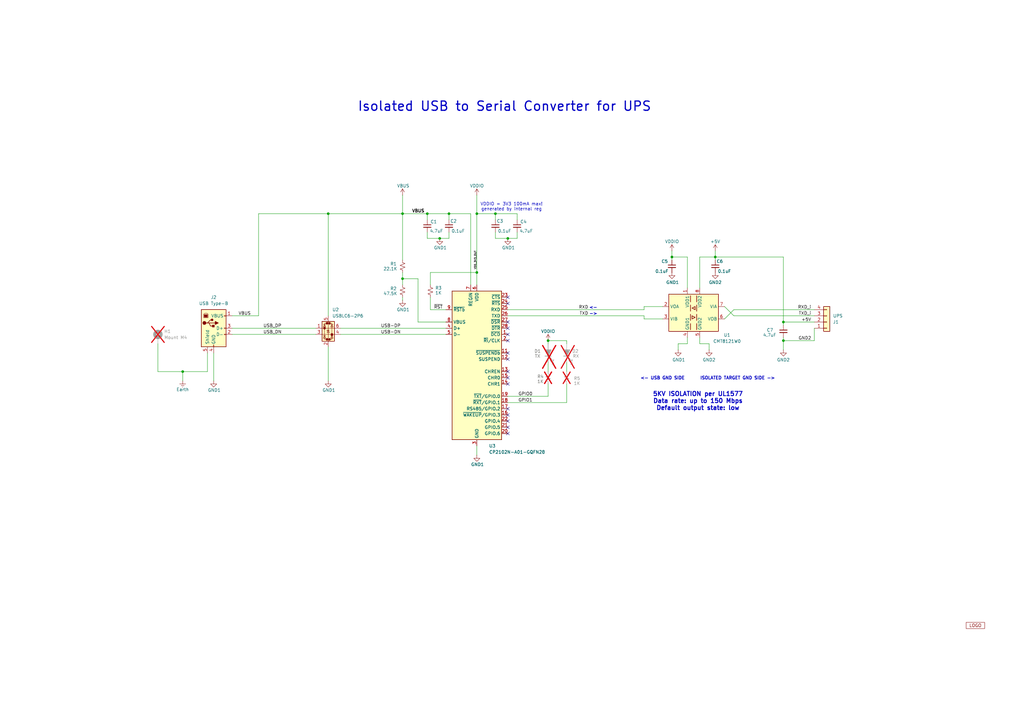
<source format=kicad_sch>
(kicad_sch (version 20231120) (generator "eeschema") (generator_version "8.0")
  (paper "A3")
  (title_block (title "VoltLink UPS Isolator") (date "2025-04-04") (rev "A") (company "Voltlog") (comment 1 "Isolated USB to Serial for UPS") (comment 2 "Copyright Voltlog 2025") (comment 3 "License: GPLv3"))
  (lib_symbols
    (symbol "Connector:USB_B" (pin_names (offset 1.016))
      (property "Reference" "J" (at -5.08 11.43 0))
      (property "Value" "USB_B" (at -5.08 8.89 0))
      (symbol "USB_B_0_1"
        (rectangle (start -5.08 -7.62) (end 5.08 7.62) (stroke (width 0.254)) (fill (type background)))
        (circle (center -3.81 2.159) (radius 0.635) (stroke (width 0.254)) (fill (type outline)))
        (rectangle (start -3.81 5.588) (end -2.54 4.572) (fill (type outline)))
        (circle (center -0.635 3.429) (radius 0.381) (stroke (width 0.254)) (fill (type outline)))
        (rectangle (start -0.127 -7.62) (end 0.127 -6.858))
        (polyline (pts (xy -1.905 2.159) (xy 0.635 2.159)) (stroke (width 0.254)))
        (polyline (pts (xy -3.175 2.159) (xy -2.54 2.159) (xy -1.27 3.429) (xy -0.635 3.429)) (stroke (width 0.254)))
        (polyline (pts (xy -2.54 2.159) (xy -1.905 2.159) (xy -1.27 0.889) (xy 0 0.889)) (stroke (width 0.254)))
        (polyline (pts (xy 0.635 2.794) (xy 0.635 1.524) (xy 1.905 2.159) (xy 0.635 2.794)) (stroke (width 0.254)) (fill (type outline)))
        (polyline (pts (xy -4.064 4.318) (xy -2.286 4.318) (xy -2.286 5.715) (xy -2.667 6.096) (xy -3.683 6.096) (xy -4.064 5.715) (xy -4.064 4.318)))
        (rectangle (start 0.254 1.27) (end -0.508 0.508) (stroke (width 0.254)) (fill (type outline)))
        (rectangle (start 5.08 -2.667) (end 4.318 -2.413))
        (rectangle (start 5.08 -0.127) (end 4.318 0.127))
        (rectangle (start 5.08 4.953) (end 4.318 5.207))
      )
      (symbol "USB_B_1_1"
        (pin power_out line (at 7.62 5.08 180) (length 2.54) (name "VBUS") (number "1"))
        (pin bidirectional line (at 7.62 -2.54 180) (length 2.54) (name "D-") (number "2"))
        (pin bidirectional line (at 7.62 0 180) (length 2.54) (name "D+") (number "3"))
        (pin power_out line (at 0 -10.16 90) (length 2.54) (name "GND") (number "4"))
        (pin passive line (at -2.54 -10.16 90) (length 2.54) (name "Shield") (number "5"))
      )
    )
    (symbol "Connector_Generic:Conn_01x04" (pin_names (offset 1.016) hide)
      (property "Reference" "J" (at 0 5.08 0))
      (property "Value" "Conn_01x04" (at 0 -7.62 0))
      (symbol "Conn_01x04_1_1"
        (rectangle (start -1.27 -4.953) (end 0 -5.207) (stroke (width 0.1524)))
        (rectangle (start -1.27 -2.413) (end 0 -2.667) (stroke (width 0.1524)))
        (rectangle (start -1.27 0.127) (end 0 -0.127) (stroke (width 0.1524)))
        (rectangle (start -1.27 2.667) (end 0 2.413) (stroke (width 0.1524)))
        (rectangle (start -1.27 3.81) (end 1.27 -6.35) (stroke (width 0.254)) (fill (type background)))
        (pin passive line (at -5.08 2.54 0) (length 3.81) (name "Pin_1") (number "1"))
        (pin passive line (at -5.08 0 0) (length 3.81) (name "Pin_2") (number "2"))
        (pin passive line (at -5.08 -2.54 0) (length 3.81) (name "Pin_3") (number "3"))
        (pin passive line (at -5.08 -5.08 0) (length 3.81) (name "Pin_4") (number "4"))
      )
    )
    (symbol "Device:C_Small" (pin_numbers hide) (pin_names (offset 0.254) hide)
      (property "Reference" "C" (at 0.254 1.778 0))
      (property "Value" "C_Small" (at 0.254 -2.032 0))
      (symbol "C_Small_0_1"
        (polyline (pts (xy -1.524 -0.508) (xy 1.524 -0.508)) (stroke (width 0.3302)))
        (polyline (pts (xy -1.524 0.508) (xy 1.524 0.508)) (stroke (width 0.3048)))
      )
      (symbol "C_Small_1_1"
        (pin passive line (at 0 2.54 270) (length 2.032) (name "~") (number "1"))
        (pin passive line (at 0 -2.54 90) (length 2.032) (name "~") (number "2"))
      )
    )
    (symbol "Device:LED_ALT" (pin_numbers hide) (pin_names (offset 1.016) hide)
      (property "Reference" "D" (at 0 2.54 0))
      (property "Value" "Device_LED_ALT" (at 0 -2.54 0))
      (symbol "LED_ALT_0_1"
        (polyline (pts (xy -1.27 -1.27) (xy -1.27 1.27)) (stroke (width 0.254)))
        (polyline (pts (xy -1.27 0) (xy 1.27 0)))
        (polyline (pts (xy 1.27 -1.27) (xy 1.27 1.27) (xy -1.27 0) (xy 1.27 -1.27)) (stroke (width 0.254)) (fill (type outline)))
        (polyline (pts (xy -3.048 -0.762) (xy -4.572 -2.286) (xy -3.81 -2.286) (xy -4.572 -2.286) (xy -4.572 -1.524)))
        (polyline (pts (xy -1.778 -0.762) (xy -3.302 -2.286) (xy -2.54 -2.286) (xy -3.302 -2.286) (xy -3.302 -1.524)))
      )
      (symbol "LED_ALT_1_1"
        (pin passive line (at -3.81 0 0) (length 2.54) (name "K") (number "1"))
        (pin passive line (at 3.81 0 180) (length 2.54) (name "A") (number "2"))
      )
    )
    (symbol "Device:R_Small_US" (pin_numbers hide) (pin_names (offset 0.254) hide)
      (property "Reference" "R" (at 0.762 0.508 0))
      (property "Value" "R_Small_US" (at 0.762 -1.016 0))
      (symbol "R_Small_US_1_1"
        (polyline (pts (xy 0 0) (xy 1.016 -0.381) (xy 0 -0.762) (xy -1.016 -1.143) (xy 0 -1.524)))
        (polyline (pts (xy 0 1.524) (xy 1.016 1.143) (xy 0 0.762) (xy -1.016 0.381) (xy 0 0)))
        (pin passive line (at 0 2.54 270) (length 1.016) (name "~") (number "1"))
        (pin passive line (at 0 -2.54 90) (length 1.016) (name "~") (number "2"))
      )
    )
    (symbol "Interface_USB:CP2102N-A01-GQFN28"
      (property "Reference" "U" (at -7.62 31.75 0))
      (property "Value" "Interface_USB_CP2102N-A01-GQFN28" (at 26.67 31.75 0))
      (symbol "CP2102N-A01-GQFN28_0_1"
        (rectangle (start -10.16 30.48) (end 10.16 -30.48) (stroke (width 0.254)) (fill (type background)))
      )
      (symbol "CP2102N-A01-GQFN28_1_1"
        (pin input line (at 12.7 12.7 180) (length 2.54) (name "~{DCD}") (number "1"))
        (pin no_connect line (at -10.16 -10.16 0) (length 2.54) hide (name "NC") (number "10"))
        (pin output line (at 12.7 5.08 180) (length 2.54) (name "~{SUSPENDb}") (number "11"))
        (pin output line (at 12.7 2.54 180) (length 2.54) (name "SUSPEND") (number "12"))
        (pin output line (at 12.7 -2.54 180) (length 2.54) (name "CHREN") (number "13"))
        (pin output line (at 12.7 -7.62 180) (length 2.54) (name "CHR1") (number "14"))
        (pin output line (at 12.7 -5.08 180) (length 2.54) (name "CHR0") (number "15"))
        (pin bidirectional line (at 12.7 -20.32 180) (length 2.54) (name "~{WAKEUP}/GPIO.3") (number "16"))
        (pin bidirectional line (at 12.7 -17.78 180) (length 2.54) (name "RS485/GPIO.2") (number "17"))
        (pin bidirectional line (at 12.7 -15.24 180) (length 2.54) (name "~{RXT}/GPIO.1") (number "18"))
        (pin bidirectional line (at 12.7 -12.7 180) (length 2.54) (name "~{TXT}/GPIO.0") (number "19"))
        (pin bidirectional line (at 12.7 10.16 180) (length 2.54) (name "~{RI}/CLK") (number "2"))
        (pin bidirectional line (at 12.7 -27.94 180) (length 2.54) (name "GPIO.6") (number "20"))
        (pin bidirectional line (at 12.7 -25.4 180) (length 2.54) (name "GPIO.5") (number "21"))
        (pin bidirectional line (at 12.7 -22.86 180) (length 2.54) (name "GPIO.4") (number "22"))
        (pin input line (at 12.7 27.94 180) (length 2.54) (name "~{CTS}") (number "23"))
        (pin output line (at 12.7 25.4 180) (length 2.54) (name "~{RTS}") (number "24"))
        (pin input line (at 12.7 22.86 180) (length 2.54) (name "RXD") (number "25"))
        (pin output line (at 12.7 20.32 180) (length 2.54) (name "TXD") (number "26"))
        (pin input line (at 12.7 17.78 180) (length 2.54) (name "~{DSR}") (number "27"))
        (pin output line (at 12.7 15.24 180) (length 2.54) (name "~{DTR}") (number "28"))
        (pin passive line (at 0 -33.02 90) (length 2.54) hide (name "GND") (number "29"))
        (pin power_in line (at 0 -33.02 90) (length 2.54) (name "GND") (number "3"))
        (pin bidirectional line (at -12.7 15.24 0) (length 2.54) (name "D+") (number "4"))
        (pin bidirectional line (at -12.7 12.7 0) (length 2.54) (name "D-") (number "5"))
        (pin passive line (at 0 33.02 270) (length 2.54) (name "VDD") (number "6"))
        (pin power_in line (at -2.54 33.02 270) (length 2.54) (name "REGIN") (number "7"))
        (pin input line (at -12.7 17.78 0) (length 2.54) (name "VBUS") (number "8"))
        (pin input line (at -12.7 22.86 0) (length 2.54) (name "~{RSTb}") (number "9"))
      )
    )
    (symbol "Isolator:ADuM121N"
      (property "Reference" "U" (at -10.16 8.89 0))
      (property "Value" "ADuM121N" (at 3.81 8.89 0))
      (symbol "ADuM121N_0_1"
        (rectangle (start -10.16 7.62) (end 10.16 -7.62) (stroke (width 0.254)) (fill (type background)))
        (polyline (pts (xy -1.27 -4.445) (xy -1.27 -6.985)) (stroke (width 0.254)))
        (polyline (pts (xy -1.27 -0.635) (xy -1.27 -3.175)) (stroke (width 0.254)))
        (polyline (pts (xy -1.27 3.175) (xy -1.27 0.635)) (stroke (width 0.254)))
        (polyline (pts (xy -1.27 6.985) (xy -1.27 4.445)) (stroke (width 0.254)))
        (polyline (pts (xy 1.27 -4.445) (xy 1.27 -6.985)) (stroke (width 0.254)))
        (polyline (pts (xy 1.27 -0.635) (xy 1.27 -3.175)) (stroke (width 0.254)))
        (polyline (pts (xy 1.27 3.175) (xy 1.27 0.635)) (stroke (width 0.254)))
        (polyline (pts (xy 1.27 6.985) (xy 1.27 4.445)) (stroke (width 0.254)))
        (polyline (pts (xy -0.635 -1.27) (xy -0.635 -2.54) (xy 0.635 -1.905) (xy -0.635 -1.27)) (stroke (width 0.254)))
        (polyline (pts (xy 0.635 1.27) (xy -0.635 1.905) (xy 0.635 2.54) (xy 0.635 1.27)) (stroke (width 0.254)))
      )
      (symbol "ADuM121N_1_1"
        (pin power_in line (at -2.54 10.16 270) (length 2.54) (name "VDD1") (number "1"))
        (pin output line (at -12.7 2.54 0) (length 2.54) (name "VOA") (number "2"))
        (pin input line (at -12.7 -2.54 0) (length 2.54) (name "VIB") (number "3"))
        (pin power_in line (at -2.54 -10.16 90) (length 2.54) (name "GND1") (number "4"))
        (pin power_in line (at 2.54 -10.16 90) (length 2.54) (name "GND2") (number "5"))
        (pin output line (at 12.7 -2.54 180) (length 2.54) (name "VOB") (number "6"))
        (pin input line (at 12.7 2.54 180) (length 2.54) (name "VIA") (number "7"))
        (pin power_in line (at 2.54 10.16 270) (length 2.54) (name "VDD2") (number "8"))
      )
    )
    (symbol "MountingHole_Pad_1" (pin_numbers hide) (pin_names (offset 1.016) hide) (exclude_from_sim yes) (in_bom no)
      (property "Reference" "H" (at 0 6.35 0))
      (property "Value" "MountingHole_Pad" (at 0 4.445 0))
      (symbol "MountingHole_Pad_1_0_1"
        (circle (center 0 1.27) (radius 1.27) (stroke (width 1.27)))
      )
      (symbol "MountingHole_Pad_1_1_1"
        (pin input line (at 0 -2.54 90) (length 2.54) (name "1") (number "1"))
      )
    )
    (symbol "USBLC6-2P6_1" (pin_names hide)
      (property "Reference" "U" (at 0.635 5.715 0))
      (property "Value" "USBLC6-2P6" (at 0.635 3.81 0))
      (symbol "USBLC6-2P6_1_0_0"
        (circle (center -1.524 0) (radius 0.0001) (stroke (width 0.508)))
        (circle (center -0.508 -4.572) (radius 0.0001) (stroke (width 0.508)))
        (circle (center -0.508 2.032) (radius 0.0001) (stroke (width 0.508)))
        (circle (center 0.508 -4.572) (radius 0.0001) (stroke (width 0.508)))
        (circle (center 0.508 2.032) (radius 0.0001) (stroke (width 0.508)))
        (circle (center 1.524 -2.54) (radius 0.0001) (stroke (width 0.508)))
      )
      (symbol "USBLC6-2P6_1_0_1"
        (polyline (pts (xy -2.54 -2.54) (xy 2.54 -2.54)))
        (polyline (pts (xy -2.54 0) (xy 2.54 0)))
        (polyline (pts (xy -2.032 -3.048) (xy -1.016 -3.048)))
        (polyline (pts (xy -1.016 1.524) (xy -2.032 1.524)))
        (polyline (pts (xy 1.016 -3.048) (xy 2.032 -3.048)))
        (polyline (pts (xy 1.016 1.524) (xy 2.032 1.524)))
        (polyline (pts (xy -0.508 -1.143) (xy -0.508 -0.762) (xy 0.508 -0.762)))
        (polyline (pts (xy -2.032 0.508) (xy -1.016 0.508) (xy -1.524 1.524) (xy -2.032 0.508)))
        (polyline (pts (xy -1.016 -4.064) (xy -2.032 -4.064) (xy -1.524 -3.048) (xy -1.016 -4.064)))
        (polyline (pts (xy 0.508 -1.778) (xy -0.508 -1.778) (xy 0 -0.762) (xy 0.508 -1.778)))
        (polyline (pts (xy 2.032 -4.064) (xy 1.016 -4.064) (xy 1.524 -3.048) (xy 2.032 -4.064)))
        (polyline (pts (xy 2.032 0.508) (xy 1.016 0.508) (xy 1.524 1.524) (xy 2.032 0.508)))
        (polyline (pts (xy 0 2.54) (xy -0.508 2.032) (xy 0.508 2.032) (xy 0 1.524) (xy 0 -4.064) (xy -0.508 -4.572) (xy 0.508 -4.572) (xy 0 -5.08)))
      )
      (symbol "USBLC6-2P6_1_1_1"
        (rectangle (start -2.54 2.794) (end 2.54 -5.334) (stroke (width 0.254)) (fill (type background)))
        (polyline (pts (xy -0.508 2.032) (xy -1.524 2.032) (xy -1.524 -4.572) (xy -0.508 -4.572)))
        (polyline (pts (xy 0.508 -4.572) (xy 1.524 -4.572) (xy 1.524 2.032) (xy 0.508 2.032)))
        (pin passive line (at -5.08 0 0) (length 2.54) (name "I/O1") (number "1"))
        (pin passive line (at 0 -7.62 90) (length 2.54) (name "GND") (number "2"))
        (pin passive line (at -5.08 -2.54 0) (length 2.54) (name "I/O2") (number "3"))
        (pin passive line (at 5.08 -2.54 180) (length 2.54) (name "I/O2") (number "4"))
        (pin passive line (at 0 5.08 270) (length 2.54) (name "VBUS") (number "5"))
        (pin passive line (at 5.08 0 180) (length 2.54) (name "I/O1") (number "6"))
      )
    )
    (symbol "Voltlog:VOLTLOG_LOGO" (pin_numbers hide) (pin_names (offset 0) hide) (in_bom no)
      (symbol "VOLTLOG_LOGO_0_0"
        (text "LOGO" (at 0 0 0) (effects (font (size 1.27 1.27))))
      )
      (symbol "VOLTLOG_LOGO_0_1"
        (rectangle (start -3.81 1.27) (end 3.81 -1.27))
      )
    )
    (symbol "power:+5V" (power) (pin_numbers hide) (pin_names (offset 0) hide)
      (property "Value" "+5V" (at 0 3.556 0))
      (symbol "+5V_0_1"
        (polyline (pts (xy -0.762 1.27) (xy 0 2.54)))
        (polyline (pts (xy 0 0) (xy 0 2.54)))
        (polyline (pts (xy 0 2.54) (xy 0.762 1.27)))
      )
      (symbol "+5V_1_1"
        (pin power_in line (at 0 0 90) (length 0) (name "~") (number "1"))
      )
    )
    (symbol "power:Earth" (power) (pin_numbers hide) (pin_names (offset 0) hide)
      (property "Value" "Earth" (at 0 -3.81 0))
      (symbol "Earth_0_1"
        (polyline (pts (xy -0.635 -1.905) (xy 0.635 -1.905)))
        (polyline (pts (xy -0.127 -2.54) (xy 0.127 -2.54)))
        (polyline (pts (xy 0 -1.27) (xy 0 0)))
        (polyline (pts (xy 1.27 -1.27) (xy -1.27 -1.27)))
      )
      (symbol "Earth_1_1"
        (pin power_in line (at 0 0 270) (length 0) (name "~") (number "1"))
      )
    )
    (symbol "power:GND1" (power) (pin_numbers hide) (pin_names (offset 0) hide)
      (property "Value" "GND1" (at 0 -3.81 0))
      (symbol "GND1_0_1"
        (polyline (pts (xy 0 0) (xy 0 -1.27) (xy 1.27 -1.27) (xy 0 -2.54) (xy -1.27 -1.27) (xy 0 -1.27)))
      )
      (symbol "GND1_1_1"
        (pin power_in line (at 0 0 270) (length 0) (name "~") (number "1"))
      )
    )
    (symbol "power:GND2" (power) (pin_numbers hide) (pin_names (offset 0) hide)
      (property "Value" "GND2" (at 0 -3.81 0))
      (symbol "GND2_0_1"
        (polyline (pts (xy 0 0) (xy 0 -1.27) (xy 1.27 -1.27) (xy 0 -2.54) (xy -1.27 -1.27) (xy 0 -1.27)))
      )
      (symbol "GND2_1_1"
        (pin power_in line (at 0 0 270) (length 0) (name "~") (number "1"))
      )
    )
    (symbol "power:VBUS" (power) (pin_numbers hide) (pin_names (offset 0) hide)
      (property "Value" "VBUS" (at 0 3.556 0))
      (symbol "VBUS_0_1"
        (polyline (pts (xy -0.762 1.27) (xy 0 2.54)))
        (polyline (pts (xy 0 0) (xy 0 2.54)))
        (polyline (pts (xy 0 2.54) (xy 0.762 1.27)))
      )
      (symbol "VBUS_1_1"
        (pin power_in line (at 0 0 90) (length 0) (name "~") (number "1"))
      )
    )
    (symbol "power:VDD" (power) (pin_numbers hide) (pin_names (offset 0) hide)
      (property "Value" "VDD" (at 0 3.556 0))
      (symbol "VDD_0_1"
        (polyline (pts (xy -0.762 1.27) (xy 0 2.54)))
        (polyline (pts (xy 0 0) (xy 0 2.54)))
        (polyline (pts (xy 0 2.54) (xy 0.762 1.27)))
      )
      (symbol "VDD_1_1"
        (pin power_in line (at 0 0 90) (length 0) (name "~") (number "1"))
      )
    )
  )
  (junction (at 184.15 87.63))
  (junction (at 134.62 87.63))
  (junction (at 195.58 87.63))
  (junction (at 293.37 105.41))
  (junction (at 321.31 132.08))
  (junction (at 180.34 97.79))
  (junction (at 165.1 114.3))
  (junction (at 275.59 105.41))
  (junction (at 74.93 152.4))
  (junction (at 195.58 111.76))
  (junction (at 165.1 87.63))
  (junction (at 224.79 139.7))
  (junction (at 175.26 87.63))
  (junction (at 203.2 87.63))
  (junction (at 208.28 97.79))
  (junction (at 321.31 139.7))
  (no_connect (at 208.28 147.32))
  (no_connect (at 208.28 177.8))
  (no_connect (at 208.28 157.48))
  (no_connect (at 208.28 134.62))
  (no_connect (at 208.28 167.64))
  (no_connect (at 208.28 152.4))
  (no_connect (at 208.28 172.72))
  (no_connect (at 208.28 154.94))
  (no_connect (at 208.28 139.7))
  (no_connect (at 208.28 144.78))
  (no_connect (at 208.28 132.08))
  (no_connect (at 208.28 124.46))
  (no_connect (at 208.28 175.26))
  (no_connect (at 208.28 137.16))
  (no_connect (at 208.28 170.18))
  (no_connect (at 208.28 121.92))
  (wire (pts (xy 165.1 114.3) (xy 165.1 116.84)))
  (wire (pts (xy 176.53 111.76) (xy 195.58 111.76)))
  (wire (pts (xy 208.28 162.56) (xy 224.79 162.56)))
  (wire (pts (xy 176.53 127) (xy 182.88 127)))
  (wire (pts (xy 281.94 105.41) (xy 275.59 105.41)))
  (wire (pts (xy 208.28 97.79) (xy 212.09 97.79)))
  (wire (pts (xy 95.25 134.62) (xy 129.54 134.62)))
  (wire (pts (xy 224.79 148.59) (xy 224.79 152.4)))
  (wire (pts (xy 300.99 129.54) (xy 334.01 129.54)))
  (wire (pts (xy 87.63 144.78) (xy 87.63 156.21)))
  (wire (pts (xy 321.31 139.7) (xy 321.31 138.43)))
  (wire (pts (xy 134.62 87.63) (xy 165.1 87.63)))
  (wire (pts (xy 334.01 139.7) (xy 334.01 134.62)))
  (wire (pts (xy 208.28 165.1) (xy 232.41 165.1)))
  (wire (pts (xy 180.34 97.79) (xy 184.15 97.79)))
  (wire (pts (xy 232.41 140.97) (xy 232.41 139.7)))
  (wire (pts (xy 275.59 102.87) (xy 275.59 105.41)))
  (wire (pts (xy 212.09 90.17) (xy 212.09 87.63)))
  (wire (pts (xy 275.59 105.41) (xy 275.59 106.68)))
  (wire (pts (xy 321.31 133.35) (xy 321.31 132.08)))
  (wire (pts (xy 195.58 111.76) (xy 195.58 116.84)))
  (wire (pts (xy 224.79 157.48) (xy 224.79 162.56)))
  (wire (pts (xy 176.53 111.76) (xy 176.53 116.84)))
  (wire (pts (xy 290.83 140.97) (xy 290.83 143.51)))
  (wire (pts (xy 321.31 105.41) (xy 321.31 132.08)))
  (wire (pts (xy 165.1 87.63) (xy 165.1 106.68)))
  (wire (pts (xy 195.58 87.63) (xy 203.2 87.63)))
  (wire (pts (xy 212.09 97.79) (xy 212.09 95.25)))
  (wire (pts (xy 293.37 105.41) (xy 293.37 106.68)))
  (wire (pts (xy 165.1 80.01) (xy 165.1 87.63)))
  (wire (pts (xy 203.2 87.63) (xy 203.2 90.17)))
  (wire (pts (xy 278.13 140.97) (xy 281.94 140.97)))
  (wire (pts (xy 139.7 134.62) (xy 182.88 134.62)))
  (wire (pts (xy 321.31 132.08) (xy 334.01 132.08)))
  (wire (pts (xy 175.26 97.79) (xy 180.34 97.79)))
  (wire (pts (xy 203.2 87.63) (xy 212.09 87.63)))
  (wire (pts (xy 281.94 118.11) (xy 281.94 105.41)))
  (wire (pts (xy 195.58 182.88) (xy 195.58 186.69)))
  (wire (pts (xy 293.37 102.87) (xy 293.37 105.41)))
  (wire (pts (xy 175.26 87.63) (xy 165.1 87.63)))
  (wire (pts (xy 287.02 105.41) (xy 287.02 118.11)))
  (wire (pts (xy 203.2 97.79) (xy 208.28 97.79)))
  (wire (pts (xy 321.31 143.51) (xy 321.31 139.7)))
  (wire (pts (xy 134.62 87.63) (xy 134.62 129.54)))
  (wire (pts (xy 278.13 140.97) (xy 278.13 143.51)))
  (wire (pts (xy 139.7 137.16) (xy 182.88 137.16)))
  (wire (pts (xy 281.94 140.97) (xy 281.94 138.43)))
  (wire (pts (xy 224.79 139.7) (xy 232.41 139.7)))
  (wire (pts (xy 208.28 129.54) (xy 264.16 129.54)))
  (wire (pts (xy 208.28 127) (xy 264.16 127)))
  (wire (pts (xy 134.62 142.24) (xy 134.62 156.21)))
  (wire (pts (xy 85.09 144.78) (xy 85.09 152.4)))
  (wire (pts (xy 321.31 139.7) (xy 334.01 139.7)))
  (wire (pts (xy 64.77 140.97) (xy 64.77 152.4)))
  (wire (pts (xy 184.15 87.63) (xy 184.15 90.17)))
  (wire (pts (xy 290.83 140.97) (xy 287.02 140.97)))
  (wire (pts (xy 193.04 116.84) (xy 193.04 87.63)))
  (wire (pts (xy 264.16 127) (xy 264.16 125.73)))
  (wire (pts (xy 300.99 127) (xy 334.01 127)))
  (wire (pts (xy 203.2 95.25) (xy 203.2 97.79)))
  (wire (pts (xy 74.93 152.4) (xy 74.93 156.21)))
  (wire (pts (xy 184.15 87.63) (xy 175.26 87.63)))
  (wire (pts (xy 106.045 87.63) (xy 134.62 87.63)))
  (wire (pts (xy 300.99 127) (xy 297.18 130.81)))
  (wire (pts (xy 224.79 139.7) (xy 224.79 140.97)))
  (wire (pts (xy 287.02 140.97) (xy 287.02 138.43)))
  (wire (pts (xy 176.53 121.92) (xy 176.53 127)))
  (wire (pts (xy 195.58 80.01) (xy 195.58 87.63)))
  (wire (pts (xy 287.02 105.41) (xy 293.37 105.41)))
  (wire (pts (xy 184.15 97.79) (xy 184.15 95.25)))
  (wire (pts (xy 171.45 132.08) (xy 182.88 132.08)))
  (wire (pts (xy 175.26 87.63) (xy 175.26 90.17)))
  (wire (pts (xy 106.045 87.63) (xy 106.045 129.54)))
  (wire (pts (xy 95.25 129.54) (xy 106.045 129.54)))
  (wire (pts (xy 232.41 157.48) (xy 232.41 165.1)))
  (wire (pts (xy 264.16 129.54) (xy 264.16 130.81)))
  (wire (pts (xy 95.25 137.16) (xy 129.54 137.16)))
  (wire (pts (xy 321.31 105.41) (xy 293.37 105.41)))
  (wire (pts (xy 232.41 148.59) (xy 232.41 152.4)))
  (wire (pts (xy 171.45 114.3) (xy 171.45 132.08)))
  (wire (pts (xy 165.1 111.76) (xy 165.1 114.3)))
  (wire (pts (xy 193.04 87.63) (xy 184.15 87.63)))
  (wire (pts (xy 165.1 121.92) (xy 165.1 123.19)))
  (wire (pts (xy 300.99 129.54) (xy 297.18 125.73)))
  (wire (pts (xy 195.58 87.63) (xy 195.58 111.76)))
  (wire (pts (xy 175.26 95.25) (xy 175.26 97.79)))
  (wire (pts (xy 165.1 114.3) (xy 171.45 114.3)))
  (wire (pts (xy 264.16 125.73) (xy 271.78 125.73)))
  (wire (pts (xy 74.93 152.4) (xy 85.09 152.4)))
  (wire (pts (xy 64.77 152.4) (xy 74.93 152.4)))
  (wire (pts (xy 264.16 130.81) (xy 271.78 130.81)))
  (text "Isolated USB to Serial Converter for UPS" (at 146.558 45.974 0) (effects (font (size 3.81 3.81) (thickness 0.4978) (bold yes)) (justify left bottom)))
  (text "<- USB GND SIDE" (at 271.78 155.194 0) (effects (font (size 1.27 1.27) (thickness 0.254) (bold yes))))
  (text "5KV ISOLATION per UL1577\nData rate: up to 150 Mbps\nDefault output state: low" (at 286.258 164.592 0) (effects (font (size 1.778 1.778) (bold yes))))
  (text "ISOLATED TARGET GND SIDE ->" (at 302.514 155.194 0) (effects (font (size 1.27 1.27) (thickness 0.254) (bold yes))))
  (text "<-" (at 243.332 126.238 0) (effects (font (size 1.27 1.27) (bold yes))))
  (text "->" (at 243.332 128.778 0) (effects (font (size 1.27 1.27) (bold yes))))
  (text "VDDIO = 3V3 100mA max!\ngenerated by internal reg" (at 209.804 84.836 0) (effects (font (size 1.27 1.27))))
  (label "USB_DN" (at 107.95 137.16 0))
  (label "GPIO0" (at 218.44 162.56 180))
  (label "USB-DP" (at 156.21 134.62 0))
  (label "VDD_3V3_OUT" (at 195.58 110.49 90) (effects (font (size 0.762 0.762))))
  (label "GPIO1" (at 218.44 165.1 180))
  (label "VBUS" (at 97.79 129.54 0))
  (label "TXD_i" (at 332.74 129.54 180))
  (label "TXD" (at 241.3 129.54 180))
  (label "VBUS" (at 168.91 87.63 0) (effects (font (thickness 0.254) (bold yes))))
  (label "+5V" (at 332.74 132.08 180))
  (label "USB-DN" (at 156.21 137.16 0))
  (label "RXD_i" (at 332.74 127 180))
  (label "~{RST}" (at 181.61 127 180))
  (label "RXD" (at 241.3 127 180))
  (label "USB_DP" (at 107.95 134.62 0))
  (label "GND2" (at 332.74 139.7 180))
  (symbol (lib_name "MountingHole_Pad_1") (lib_id "Mechanical:MountingHole_Pad") (at 64.77 138.43 0) (unit 1) (exclude_from_sim yes) (in_bom no) (dnp yes)
    (property "Reference" "H1" (at 67.31 135.8899 0) (effects (justify left)))
    (property "Value" "Mount M4" (at 67.31 138.4299 0) (effects (justify left)))
    (property "Footprint" "Voltlog:M4_TH_terminal" (effects (hide yes)))
    (property "Description" "Mounting Hole with connection" (effects (hide yes)))
  )
  (symbol (lib_id "Device:LED_ALT") (at 224.79 144.78 90) (unit 1) (dnp yes)
    (property "Reference" "D1" (at 220.472 144.018 90))
    (property "Value" "TX" (at 220.472 146.05 90))
    (property "Footprint" "LED_SMD:LED_0402_1005Metric" (effects (hide yes)))
    (property "Datasheet" "https://datasheet.lcsc.com/lcsc/2008201032_Foshan-NationStar-Optoelectronics-NCD0603G1_C84267.pdf" (effects (hide yes)))
    (property "LCSC" "C130723" (effects (hide yes)))
    (property "PN" "NCD0402G1" (effects (hide yes)))
  )
  (symbol (lib_id "power:GND1") (at 208.28 97.79 0) (unit 1)
    (property "Reference" "#PWR04" (effects (hide yes)))
    (property "Value" "GND1" (at 208.534 101.6 0))
    (property "Description" "Power symbol creates a global label with name \"GND1\" , ground" (effects (hide yes)))
  )
  (symbol (lib_id "Device:R_Small_US") (at 232.41 154.94 180) (unit 1) (dnp yes)
    (property "Reference" "R5" (at 237.998 155.194 0) (effects (justify left)))
    (property "Value" "1K" (at 237.998 157.226 0) (effects (justify left)))
    (property "Footprint" "Resistor_SMD:R_0402_1005Metric" (effects (hide yes)))
    (property "Description" "Resistor, small US symbol" (effects (hide yes)))
    (property "LCSC" "C11702" (effects (hide yes)))
  )
  (symbol (lib_id "power:GND1") (at 278.13 143.51 0) (unit 1)
    (property "Reference" "#PWR011" (effects (hide yes)))
    (property "Value" "GND1" (at 278.384 147.574 0))
    (property "Description" "Power symbol creates a global label with name \"GND1\" , ground" (effects (hide yes)))
  )
  (symbol (lib_id "power:+5V") (at 293.37 102.87 0) (unit 1)
    (property "Reference" "#PWR06" (effects (hide yes)))
    (property "Value" "+5V" (at 293.37 99.06 0))
    (property "Description" "Power symbol creates a global label with name \"+5V\"" (effects (hide yes)))
  )
  (symbol (lib_id "power:GND1") (at 134.62 156.21 0) (unit 1)
    (property "Reference" "#PWR016" (effects (hide yes)))
    (property "Value" "GND1" (at 134.874 160.02 0))
    (property "Description" "Power symbol creates a global label with name \"GND1\" , ground" (effects (hide yes)))
  )
  (symbol (lib_id "power:GND1") (at 180.34 97.79 0) (unit 1)
    (property "Reference" "#PWR03" (effects (hide yes)))
    (property "Value" "GND1" (at 180.594 101.6 0))
    (property "Description" "Power symbol creates a global label with name \"GND1\" , ground" (effects (hide yes)))
  )
  (symbol (lib_id "power:Earth") (at 74.93 156.21 0) (unit 1)
    (property "Reference" "#PWR014" (effects (hide yes)))
    (property "Value" "Earth" (at 74.93 159.766 0))
    (property "Description" "Power symbol creates a global label with name \"Earth\"" (effects (hide yes)))
  )
  (symbol (lib_id "Device:C_Small") (at 212.09 92.71 0) (unit 1)
    (property "Reference" "C4" (at 213.36 90.932 0) (effects (justify left)))
    (property "Value" "4.7uF" (at 213.106 94.742 0) (effects (justify left)))
    (property "Footprint" "Capacitor_SMD:C_0402_1005Metric" (effects (hide yes)))
    (property "Voltage" "10V" (effects (hide yes)))
    (property "LCSC" "C23733" (effects (hide yes)))
  )
  (symbol (lib_id "power:GND1") (at 165.1 123.19 0) (unit 1)
    (property "Reference" "#PWR09" (effects (hide yes)))
    (property "Value" "GND1" (at 165.354 127 0))
    (property "Description" "Power symbol creates a global label with name \"GND1\" , ground" (effects (hide yes)))
  )
  (symbol (lib_id "Device:R_Small_US") (at 165.1 119.38 0) (unit 1)
    (property "Reference" "R2" (at 160.02 118.364 0) (effects (justify left)))
    (property "Value" "47.5K" (at 157.226 120.396 0) (effects (justify left)))
    (property "Footprint" "Resistor_SMD:R_0402_1005Metric" (effects (hide yes)))
    (property "Description" "Resistor, small US symbol" (effects (hide yes)))
    (property "LCSC" "C25896" (effects (hide yes)))
  )
  (symbol (lib_id "Device:LED_ALT") (at 232.41 144.78 90) (unit 1) (dnp yes)
    (property "Reference" "D2" (at 235.966 144.018 90))
    (property "Value" "RX" (at 236.22 146.05 90))
    (property "Footprint" "LED_SMD:LED_0402_1005Metric" (effects (hide yes)))
    (property "LCSC" "C130719" (effects (hide yes)))
    (property "PN" "NCD0402R1" (effects (hide yes)))
  )
  (symbol (lib_id "power:VDD") (at 224.79 139.7 0) (unit 1)
    (property "Reference" "#PWR010" (effects (hide yes)))
    (property "Value" "VDDIO" (at 224.79 135.89 0))
    (property "Description" "Power symbol creates a global label with name \"VDD\"" (effects (hide yes)))
  )
  (symbol (lib_id "power:GND1") (at 87.63 156.21 0) (unit 1)
    (property "Reference" "#PWR015" (effects (hide yes)))
    (property "Value" "GND1" (at 87.884 160.02 0))
    (property "Description" "Power symbol creates a global label with name \"GND1\" , ground" (effects (hide yes)))
  )
  (symbol (lib_id "Device:C_Small") (at 203.2 92.71 0) (unit 1)
    (property "Reference" "C3" (at 203.708 90.678 0) (effects (justify left)))
    (property "Value" "0.1uF" (at 204.216 94.742 0) (effects (justify left)))
    (property "Footprint" "Capacitor_SMD:C_0402_1005Metric" (effects (hide yes)))
    (property "Description" "Unpolarized capacitor, small symbol" (effects (hide yes)))
    (property "LCSC" "C307331" (effects (hide yes)))
    (property "Voltage" "50V" (effects (hide yes)))
  )
  (symbol (lib_id "power:GND2") (at 293.37 111.76 0) (unit 1)
    (property "Reference" "#PWR08" (effects (hide yes)))
    (property "Value" "GND2" (at 293.37 115.824 0))
    (property "Description" "Power symbol creates a global label with name \"GND2\" , ground" (effects (hide yes)))
  )
  (symbol (lib_id "Device:R_Small_US") (at 224.79 154.94 180) (unit 1) (dnp yes)
    (property "Reference" "R4" (at 223.012 154.432 0) (effects (justify left)))
    (property "Value" "1K" (at 223.012 156.464 0) (effects (justify left)))
    (property "Footprint" "Resistor_SMD:R_0402_1005Metric" (effects (hide yes)))
    (property "Description" "Resistor, small US symbol" (effects (hide yes)))
    (property "LCSC" "C11702" (effects (hide yes)))
  )
  (symbol (lib_id "Voltlog:VOLTLOG_LOGO") (at 400.05 256.54 0) (unit 1) (in_bom no)
    (property "Reference" "V1" (effects (hide yes)))
    (property "Value" "VOLTLOG_LOGO" (effects (hide yes)))
    (property "Footprint" "Voltlog:voltlog_silk_5mm" (effects (hide yes)))
  )
  (symbol (lib_id "Device:C_Small") (at 275.59 109.22 0) (unit 1)
    (property "Reference" "C5" (at 271.272 107.188 0) (effects (justify left)))
    (property "Value" "0.1uF" (at 268.732 111.252 0) (effects (justify left)))
    (property "Footprint" "Capacitor_SMD:C_0402_1005Metric" (effects (hide yes)))
    (property "Description" "Unpolarized capacitor, small symbol" (effects (hide yes)))
    (property "LCSC" "C307331" (effects (hide yes)))
    (property "Voltage" "50V" (effects (hide yes)))
  )
  (symbol (lib_id "Isolator:ADuM121N") (at 284.48 128.27 0) (unit 1)
    (property "Reference" "U1" (at 298.196 137.414 0))
    (property "Value" "CMT8121W0" (at 298.196 139.954 0))
    (property "Footprint" "Package_SO:SOIC-8_7.5x5.85mm_P1.27mm" (effects (hide yes)))
    (property "Datasheet" "https://www.hoperf.com/uploads/CMT812X_Datasheet_EN_V0.6_202409_1726104320.pdf" (effects (hide yes)))
    (property "Description" "Dual-channel digital isolator,1.8 to 5V, 150Mbs, 3kV" (effects (hide yes)))
    (property "LCSC" "C32713182" (effects (hide yes)))
  )
  (symbol (lib_id "power:GND2") (at 290.83 143.51 0) (unit 1)
    (property "Reference" "#PWR012" (effects (hide yes)))
    (property "Value" "GND2" (at 290.83 147.574 0))
    (property "Description" "Power symbol creates a global label with name \"GND2\" , ground" (effects (hide yes)))
  )
  (symbol (lib_id "power:GND1") (at 275.59 111.76 0) (unit 1)
    (property "Reference" "#PWR07" (effects (hide yes)))
    (property "Value" "GND1" (at 275.844 115.824 0))
    (property "Description" "Power symbol creates a global label with name \"GND1\" , ground" (effects (hide yes)))
  )
  (symbol (lib_id "Device:C_Small") (at 321.31 135.89 0) (unit 1)
    (property "Reference" "C7" (at 314.452 135.382 0) (effects (justify left)))
    (property "Value" "4.7uF" (at 312.928 137.414 0) (effects (justify left)))
    (property "Footprint" "Capacitor_SMD:C_0402_1005Metric" (effects (hide yes)))
    (property "Voltage" "10V" (effects (hide yes)))
    (property "LCSC" "C23733" (effects (hide yes)))
  )
  (symbol (lib_id "Device:R_Small_US") (at 165.1 109.22 0) (unit 1)
    (property "Reference" "R1" (at 160.02 108.204 0) (effects (justify left)))
    (property "Value" "22.1K" (at 157.226 110.236 0) (effects (justify left)))
    (property "Footprint" "Resistor_SMD:R_0402_1005Metric" (effects (hide yes)))
    (property "Description" "Resistor, small US symbol" (effects (hide yes)))
    (property "LCSC" "C43473" (effects (hide yes)))
  )
  (symbol (lib_name "USBLC6-2P6_1") (lib_id "Power_Protection:USBLC6-2P6") (at 134.62 134.62 0) (unit 1)
    (property "Reference" "U2" (at 136.2711 127 0) (effects (justify left)))
    (property "Value" "USBLC6-2P6" (at 136.2711 129.54 0) (effects (justify left)))
    (property "Footprint" "Package_TO_SOT_SMD:SOT-666" (effects (hide yes)))
    (property "Datasheet" "https://www.st.com/resource/en/datasheet/usblc6-2.pdf" (effects (hide yes)))
    (property "Description" "Very low capacitance ESD protection diode, 2 data-line, SOT-666" (effects (hide yes)))
    (property "LCSC" "C2827693" (effects (hide yes)))
  )
  (symbol (lib_id "Device:C_Small") (at 293.37 109.22 0) (unit 1)
    (property "Reference" "C6" (at 293.878 107.188 0) (effects (justify left)))
    (property "Value" "0.1uF" (at 294.386 111.252 0) (effects (justify left)))
    (property "Footprint" "Capacitor_SMD:C_0402_1005Metric" (effects (hide yes)))
    (property "Description" "Unpolarized capacitor, small symbol" (effects (hide yes)))
    (property "LCSC" "C307331" (effects (hide yes)))
    (property "Voltage" "50V" (effects (hide yes)))
  )
  (symbol (lib_id "Device:C_Small") (at 175.26 92.71 0) (unit 1)
    (property "Reference" "C1" (at 176.53 90.932 0) (effects (justify left)))
    (property "Value" "4.7uF" (at 176.276 94.742 0) (effects (justify left)))
    (property "Footprint" "Capacitor_SMD:C_0402_1005Metric" (effects (hide yes)))
    (property "Voltage" "10V" (effects (hide yes)))
    (property "LCSC" "C23733" (effects (hide yes)))
  )
  (symbol (lib_id "Connector_Generic:Conn_01x04") (at 339.09 132.08 0) (mirror x) (unit 1)
    (property "Reference" "J1" (at 341.63 132.0801 0) (effects (justify left)))
    (property "Value" "UPS" (at 341.63 129.5401 0) (effects (justify left)))
    (property "Footprint" "Connector_JST:JST_XH_B4B-XH-A_1x04_P2.50mm_Vertical" (effects (hide yes)))
    (property "Description" "Generic connector, single row, 01x04, script generated (kicad-library-utils/schlib/autogen/connector/)" (effects (hide yes)))
    (property "LCSC" "C19271370" (effects (hide yes)))
  )
  (symbol (lib_id "Interface_USB:CP2102N-A01-GQFN28") (at 195.58 149.86 0) (unit 1)
    (property "Reference" "U3" (at 201.93 182.88 0))
    (property "Value" "CP2102N-A01-GQFN28" (at 212.09 185.42 0))
    (property "Footprint" "Package_DFN_QFN:QFN-28-1EP_5x5mm_P0.5mm_EP3.35x3.35mm" (effects (hide yes)))
    (property "Datasheet" "https://www.silabs.com/documents/public/data-sheets/cp2102n-datasheet.pdf" (effects (hide yes)))
    (property "PN" "CP2102N-A02-GQFN28R" (effects (hide yes)))
    (property "LCSC" "C1550553" (effects (hide yes)))
  )
  (symbol (lib_id "Device:C_Small") (at 184.15 92.71 0) (unit 1)
    (property "Reference" "C2" (at 184.658 90.678 0) (effects (justify left)))
    (property "Value" "0.1uF" (at 185.166 94.742 0) (effects (justify left)))
    (property "Footprint" "Capacitor_SMD:C_0402_1005Metric" (effects (hide yes)))
    (property "Description" "Unpolarized capacitor, small symbol" (effects (hide yes)))
    (property "LCSC" "C307331" (effects (hide yes)))
    (property "Voltage" "50V" (effects (hide yes)))
  )
  (symbol (lib_id "power:VDD") (at 275.59 102.87 0) (unit 1)
    (property "Reference" "#PWR05" (effects (hide yes)))
    (property "Value" "VDDIO" (at 275.59 99.06 0))
    (property "Description" "Power symbol creates a global label with name \"VDD\"" (effects (hide yes)))
  )
  (symbol (lib_id "power:GND1") (at 195.58 186.69 0) (unit 1)
    (property "Reference" "#PWR017" (effects (hide yes)))
    (property "Value" "GND1" (at 195.834 190.5 0))
    (property "Description" "Power symbol creates a global label with name \"GND1\" , ground" (effects (hide yes)))
  )
  (symbol (lib_id "power:VDD") (at 195.58 80.01 0) (unit 1)
    (property "Reference" "#PWR02" (effects (hide yes)))
    (property "Value" "VDDIO" (at 195.58 76.2 0))
    (property "Description" "Power symbol creates a global label with name \"VDD\"" (effects (hide yes)))
  )
  (symbol (lib_id "Connector:USB_B") (at 87.63 134.62 0) (unit 1)
    (property "Reference" "J2" (at 87.63 121.92 0))
    (property "Value" "USB Type-B" (at 87.63 124.46 0))
    (property "Footprint" "Connector_USB:USB_B_Lumberg_2411_02_Horizontal" (effects (hide yes)))
    (property "Datasheet" "https://jlcpcb.com/api/file/downloadByFileSystemAccessId/8588892898368622592" (effects (hide yes)))
    (property "Description" "USB Type B connector" (effects (hide yes)))
    (property "LCSC" "C720549" (effects (hide yes)))
  )
  (symbol (lib_id "Device:R_Small_US") (at 176.53 119.38 180) (unit 1)
    (property "Reference" "R3" (at 179.832 118.11 0))
    (property "Value" "1K" (at 179.832 120.142 0))
    (property "Footprint" "Resistor_SMD:R_0402_1005Metric" (effects (hide yes)))
    (property "Description" "Resistor, small US symbol" (effects (hide yes)))
    (property "LCSC" "C11702" (effects (hide yes)))
  )
  (symbol (lib_id "power:GND2") (at 321.31 143.51 0) (unit 1)
    (property "Reference" "#PWR013" (effects (hide yes)))
    (property "Value" "GND2" (at 321.31 147.574 0))
    (property "Description" "Power symbol creates a global label with name \"GND2\" , ground" (effects (hide yes)))
  )
  (symbol (lib_id "power:VBUS") (at 165.1 80.01 0) (unit 1)
    (property "Reference" "#PWR01" (effects (hide yes)))
    (property "Value" "VBUS" (at 165.354 76.2 0))
    (property "Description" "Power symbol creates a global label with name \"VBUS\"" (effects (hide yes)))
  )
)
</source>
